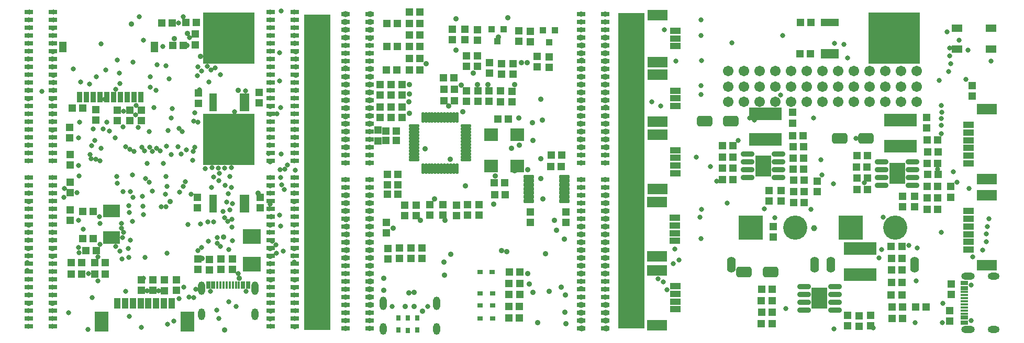
<source format=gbs>
G04*
G04 #@! TF.GenerationSoftware,Altium Limited,Altium Designer,23.6.0 (18)*
G04*
G04 Layer_Color=16711935*
%FSLAX44Y44*%
%MOMM*%
G71*
G04*
G04 #@! TF.SameCoordinates,A137800D-7D6B-43E2-A44D-125AE26CC9B3*
G04*
G04*
G04 #@! TF.FilePolarity,Negative*
G04*
G01*
G75*
%ADD56R,1.2032X1.3032*%
%ADD57R,1.3032X1.2032*%
%ADD61R,0.7032X0.9032*%
%ADD64R,0.7000X1.2400*%
%ADD65R,0.4000X1.2400*%
%ADD73R,2.8032X2.1032*%
%ADD74R,1.7032X1.0032*%
%ADD75R,3.2032X1.8032*%
%ADD92C,0.8032*%
%ADD93O,1.1032X2.2032*%
%ADD94O,1.1032X1.9032*%
%ADD95C,1.7032*%
%ADD96O,1.9032X1.1032*%
%ADD97O,2.2032X1.1032*%
%ADD98O,1.4032X2.6032*%
%ADD99R,3.9192X3.9192*%
%ADD100C,3.9192*%
%ADD101R,4.2032X51.2032*%
%ADD102C,1.0032*%
%ADD103C,0.9032*%
G04:AMPARAMS|DCode=145|XSize=1.7732mm|YSize=0.6132mm|CornerRadius=0.1529mm|HoleSize=0mm|Usage=FLASHONLY|Rotation=0.000|XOffset=0mm|YOffset=0mm|HoleType=Round|Shape=RoundedRectangle|*
%AMROUNDEDRECTD145*
21,1,1.7732,0.3075,0,0,0.0*
21,1,1.4675,0.6132,0,0,0.0*
1,1,0.3057,0.7338,-0.1538*
1,1,0.3057,-0.7338,-0.1538*
1,1,0.3057,-0.7338,0.1538*
1,1,0.3057,0.7338,0.1538*
%
%ADD145ROUNDEDRECTD145*%
%ADD146R,0.9032X0.7032*%
%ADD147R,1.0032X1.1032*%
%ADD148R,1.4032X0.6532*%
%ADD149R,2.2032X2.0032*%
G04:AMPARAMS|DCode=150|XSize=1.7632mm|YSize=0.4832mm|CornerRadius=0.1366mm|HoleSize=0mm|Usage=FLASHONLY|Rotation=0.000|XOffset=0mm|YOffset=0mm|HoleType=Round|Shape=RoundedRectangle|*
%AMROUNDEDRECTD150*
21,1,1.7632,0.2100,0,0,0.0*
21,1,1.4900,0.4832,0,0,0.0*
1,1,0.2732,0.7450,-0.1050*
1,1,0.2732,-0.7450,-0.1050*
1,1,0.2732,-0.7450,0.1050*
1,1,0.2732,0.7450,0.1050*
%
%ADD150ROUNDEDRECTD150*%
G04:AMPARAMS|DCode=151|XSize=1.7632mm|YSize=0.4832mm|CornerRadius=0.1366mm|HoleSize=0mm|Usage=FLASHONLY|Rotation=270.000|XOffset=0mm|YOffset=0mm|HoleType=Round|Shape=RoundedRectangle|*
%AMROUNDEDRECTD151*
21,1,1.7632,0.2100,0,0,270.0*
21,1,1.4900,0.4832,0,0,270.0*
1,1,0.2732,-0.1050,-0.7450*
1,1,0.2732,-0.1050,0.7450*
1,1,0.2732,0.1050,0.7450*
1,1,0.2732,0.1050,-0.7450*
%
%ADD151ROUNDEDRECTD151*%
G04:AMPARAMS|DCode=152|XSize=2.5332mm|YSize=1.7532mm|CornerRadius=0.4891mm|HoleSize=0mm|Usage=FLASHONLY|Rotation=180.000|XOffset=0mm|YOffset=0mm|HoleType=Round|Shape=RoundedRectangle|*
%AMROUNDEDRECTD152*
21,1,2.5332,0.7750,0,0,180.0*
21,1,1.5550,1.7532,0,0,180.0*
1,1,0.9782,-0.7775,0.3875*
1,1,0.9782,0.7775,0.3875*
1,1,0.9782,0.7775,-0.3875*
1,1,0.9782,-0.7775,-0.3875*
%
%ADD152ROUNDEDRECTD152*%
%ADD153R,2.6132X3.5032*%
G04:AMPARAMS|DCode=154|XSize=2.1732mm|YSize=0.8032mm|CornerRadius=0.2636mm|HoleSize=0mm|Usage=FLASHONLY|Rotation=180.000|XOffset=0mm|YOffset=0mm|HoleType=Round|Shape=RoundedRectangle|*
%AMROUNDEDRECTD154*
21,1,2.1732,0.2760,0,0,180.0*
21,1,1.6460,0.8032,0,0,180.0*
1,1,0.5272,-0.8230,0.1380*
1,1,0.5272,0.8230,0.1380*
1,1,0.5272,0.8230,-0.1380*
1,1,0.5272,-0.8230,-0.1380*
%
%ADD154ROUNDEDRECTD154*%
%ADD155R,5.3032X2.1032*%
%ADD156R,1.2400X0.7000*%
%ADD157R,1.2400X0.4000*%
%ADD158R,1.7032X1.2032*%
%ADD159R,8.3332X8.3332*%
%ADD160R,2.9932X1.1932*%
%ADD161R,2.9932X1.6032*%
%ADD162R,8.3332X8.3332*%
%ADD163R,1.1932X2.9932*%
%ADD164R,1.6032X2.9932*%
%ADD165R,1.2032X1.7032*%
%ADD166R,0.9032X1.8032*%
%ADD167R,3.0032X2.4032*%
%ADD168R,1.0032X1.8032*%
%ADD169R,2.3032X3.2032*%
D56*
X1132415Y451238D02*
D03*
Y434238D02*
D03*
X1190415Y451238D02*
D03*
Y434238D02*
D03*
X925415Y657488D02*
D03*
Y640488D02*
D03*
X907415Y657488D02*
D03*
Y640488D02*
D03*
X889415Y657488D02*
D03*
Y640488D02*
D03*
X925665Y620988D02*
D03*
Y603988D02*
D03*
X907415Y621238D02*
D03*
Y604238D02*
D03*
X889415Y621238D02*
D03*
Y604238D02*
D03*
X886165Y583488D02*
D03*
Y566488D02*
D03*
X991665Y462488D02*
D03*
Y445488D02*
D03*
X957665Y375488D02*
D03*
Y392488D02*
D03*
X939415Y375738D02*
D03*
Y392738D02*
D03*
X921165Y375238D02*
D03*
Y392238D02*
D03*
X902415Y374988D02*
D03*
Y391988D02*
D03*
X948415Y461988D02*
D03*
Y444988D02*
D03*
X1047165Y746738D02*
D03*
Y729738D02*
D03*
X1132415Y727238D02*
D03*
Y744238D02*
D03*
X1026665Y730488D02*
D03*
Y747488D02*
D03*
X1029665Y647238D02*
D03*
Y630238D02*
D03*
X1047915Y630488D02*
D03*
Y647488D02*
D03*
X1013415Y462238D02*
D03*
Y445238D02*
D03*
X1084415Y629988D02*
D03*
Y646988D02*
D03*
X1066165Y630238D02*
D03*
Y647238D02*
D03*
X1050165Y462488D02*
D03*
Y445488D02*
D03*
X1031415Y445488D02*
D03*
Y462488D02*
D03*
X1066665Y675988D02*
D03*
Y692988D02*
D03*
X1086165Y674488D02*
D03*
Y691488D02*
D03*
X1104415Y674488D02*
D03*
Y691488D02*
D03*
X1006415Y747238D02*
D03*
Y730238D02*
D03*
X1029165Y687488D02*
D03*
Y704488D02*
D03*
X1114415Y744488D02*
D03*
Y727488D02*
D03*
X1047165Y704488D02*
D03*
Y687488D02*
D03*
X1143915Y686488D02*
D03*
Y703488D02*
D03*
X1163415Y702738D02*
D03*
Y685738D02*
D03*
X899665Y434238D02*
D03*
Y417238D02*
D03*
X1103165Y646738D02*
D03*
Y629738D02*
D03*
X929915Y461988D02*
D03*
Y444988D02*
D03*
X970415Y462488D02*
D03*
Y445488D02*
D03*
X1538000Y485500D02*
D03*
Y468500D02*
D03*
X1557250Y595250D02*
D03*
Y612250D02*
D03*
X1597000Y484250D02*
D03*
Y501250D02*
D03*
X1754500Y459750D02*
D03*
Y476750D02*
D03*
X1774000Y604250D02*
D03*
Y587250D02*
D03*
X1812250Y492000D02*
D03*
Y475000D02*
D03*
X1664250Y282750D02*
D03*
Y265750D02*
D03*
X1518500Y486000D02*
D03*
Y469000D02*
D03*
X1735000Y459750D02*
D03*
Y476750D02*
D03*
X1645750Y283250D02*
D03*
Y266250D02*
D03*
X1682750Y283250D02*
D03*
Y266250D02*
D03*
X1813250Y317250D02*
D03*
Y334250D02*
D03*
X1810500Y291250D02*
D03*
Y274250D02*
D03*
X1847000Y655500D02*
D03*
Y638500D02*
D03*
X1526000Y410250D02*
D03*
Y427250D02*
D03*
X503250Y341000D02*
D03*
Y324000D02*
D03*
X388500Y499000D02*
D03*
Y482000D02*
D03*
X388250Y543750D02*
D03*
Y526750D02*
D03*
X388500Y454250D02*
D03*
Y437250D02*
D03*
X387750Y587750D02*
D03*
Y570750D02*
D03*
X590750Y739250D02*
D03*
Y722250D02*
D03*
X595250Y357500D02*
D03*
Y374500D02*
D03*
X650750Y374750D02*
D03*
Y357750D02*
D03*
X632250Y357500D02*
D03*
Y374500D02*
D03*
X613750Y357250D02*
D03*
Y374250D02*
D03*
X694500Y627750D02*
D03*
Y644750D02*
D03*
X595750Y627000D02*
D03*
Y644000D02*
D03*
X594000Y458000D02*
D03*
Y475000D02*
D03*
X696250Y457750D02*
D03*
Y474750D02*
D03*
X541250Y323500D02*
D03*
Y340500D02*
D03*
X522250Y323750D02*
D03*
Y340750D02*
D03*
X560250Y323750D02*
D03*
Y340750D02*
D03*
X429750Y600000D02*
D03*
Y617000D02*
D03*
X484750Y599000D02*
D03*
Y616000D02*
D03*
X465000Y616250D02*
D03*
Y599250D02*
D03*
X503750D02*
D03*
Y616250D02*
D03*
D57*
X1115665Y353488D02*
D03*
X1098665D02*
D03*
X1115415Y335238D02*
D03*
X1098415D02*
D03*
X1115415Y317238D02*
D03*
X1098415D02*
D03*
X1115165Y279238D02*
D03*
X1098165D02*
D03*
X1115165Y297738D02*
D03*
X1098165D02*
D03*
X1080415Y601488D02*
D03*
X1097415D02*
D03*
X918415Y479738D02*
D03*
X901415D02*
D03*
X992665Y631488D02*
D03*
X1009665D02*
D03*
X992665Y650238D02*
D03*
X1009665D02*
D03*
X992415Y668738D02*
D03*
X1009415D02*
D03*
X899665Y681238D02*
D03*
X916665D02*
D03*
X900415Y719488D02*
D03*
X917415D02*
D03*
X900665Y756488D02*
D03*
X917665D02*
D03*
X1166415Y543488D02*
D03*
X1183415D02*
D03*
X1182915Y524738D02*
D03*
X1165915D02*
D03*
X1074415Y498488D02*
D03*
X1091415D02*
D03*
X1075165Y478988D02*
D03*
X1092165D02*
D03*
X898665Y582488D02*
D03*
X915665D02*
D03*
X898665Y567238D02*
D03*
X915665D02*
D03*
X918415Y511738D02*
D03*
X901415D02*
D03*
X918415Y495238D02*
D03*
X901415D02*
D03*
X954165Y699988D02*
D03*
X937165D02*
D03*
X954165Y738238D02*
D03*
X937165D02*
D03*
X954165Y775488D02*
D03*
X937165D02*
D03*
X954165Y681488D02*
D03*
X937165D02*
D03*
X954165Y719488D02*
D03*
X937165D02*
D03*
X954415Y756738D02*
D03*
X937415D02*
D03*
X1460500Y558250D02*
D03*
X1443500D02*
D03*
X1460250Y521750D02*
D03*
X1443250D02*
D03*
X1575000Y520500D02*
D03*
X1558000D02*
D03*
X1574000Y574250D02*
D03*
X1557000D02*
D03*
X1660750Y542750D02*
D03*
X1677750D02*
D03*
X1660750Y505750D02*
D03*
X1677750D02*
D03*
X1775250Y511500D02*
D03*
X1792250D02*
D03*
X1774750Y567500D02*
D03*
X1791750D02*
D03*
X1507250Y325750D02*
D03*
X1524250D02*
D03*
X1506750Y288500D02*
D03*
X1523750D02*
D03*
X1716500Y395000D02*
D03*
X1733500D02*
D03*
X1772750Y296500D02*
D03*
X1755750D02*
D03*
X1733500Y316250D02*
D03*
X1716500D02*
D03*
X1716750Y376000D02*
D03*
X1733750D02*
D03*
X1585750Y707750D02*
D03*
X1568750D02*
D03*
X1586500Y758000D02*
D03*
X1569500D02*
D03*
X1558750Y466000D02*
D03*
X1575750D02*
D03*
X1558500Y484250D02*
D03*
X1575500D02*
D03*
X1443250Y540000D02*
D03*
X1460250D02*
D03*
X1575500Y502250D02*
D03*
X1558500D02*
D03*
X1557750Y556500D02*
D03*
X1574750D02*
D03*
X1557750Y538250D02*
D03*
X1574750D02*
D03*
X1460500Y503250D02*
D03*
X1443500D02*
D03*
X1791500Y455000D02*
D03*
X1774500D02*
D03*
X1791500Y473750D02*
D03*
X1774500D02*
D03*
X1677250Y524000D02*
D03*
X1660250D02*
D03*
X1774750Y492500D02*
D03*
X1791750D02*
D03*
X1792000Y548500D02*
D03*
X1775000D02*
D03*
X1791750Y530000D02*
D03*
X1774750D02*
D03*
X1660750Y487000D02*
D03*
X1677750D02*
D03*
X1717750Y278000D02*
D03*
X1734750D02*
D03*
X1523500Y307250D02*
D03*
X1506500D02*
D03*
X1734500Y296500D02*
D03*
X1717500D02*
D03*
X1717250Y357250D02*
D03*
X1734250D02*
D03*
X1717250Y336500D02*
D03*
X1734250D02*
D03*
X1506500Y269750D02*
D03*
X1523500D02*
D03*
X554000Y757750D02*
D03*
X537000D02*
D03*
X575500Y758000D02*
D03*
X592500D02*
D03*
X571250Y721250D02*
D03*
X554250D02*
D03*
X390000Y350250D02*
D03*
X407000D02*
D03*
X431000Y388000D02*
D03*
X414000D02*
D03*
X445500Y368750D02*
D03*
X428500D02*
D03*
X428500Y350500D02*
D03*
X445500D02*
D03*
X407500Y369000D02*
D03*
X390500D02*
D03*
X391500Y619500D02*
D03*
X408500D02*
D03*
X426000Y408000D02*
D03*
X409000D02*
D03*
X425750Y452000D02*
D03*
X408750D02*
D03*
D61*
X934665Y258988D02*
D03*
Y278988D02*
D03*
X950165Y259238D02*
D03*
Y279238D02*
D03*
X919165Y259238D02*
D03*
Y279238D02*
D03*
D64*
X612000Y332750D02*
D03*
X620000D02*
D03*
X668000D02*
D03*
X676000D02*
D03*
D65*
X626500D02*
D03*
X631500D02*
D03*
X636500D02*
D03*
X641500D02*
D03*
X661500D02*
D03*
X656500D02*
D03*
X651500D02*
D03*
X646500D02*
D03*
D73*
X455750Y409250D02*
D03*
Y452250D02*
D03*
D74*
X1841750Y529750D02*
D03*
Y542250D02*
D03*
Y554750D02*
D03*
Y567250D02*
D03*
Y579750D02*
D03*
Y592250D02*
D03*
X1367500Y513600D02*
D03*
Y526100D02*
D03*
Y538600D02*
D03*
Y551100D02*
D03*
X1367500Y719750D02*
D03*
Y732250D02*
D03*
Y744750D02*
D03*
Y622750D02*
D03*
Y635250D02*
D03*
Y647750D02*
D03*
X1366750Y404100D02*
D03*
Y416600D02*
D03*
Y429100D02*
D03*
Y441600D02*
D03*
X1367000Y293100D02*
D03*
Y305600D02*
D03*
Y318100D02*
D03*
Y330600D02*
D03*
X1841750Y389750D02*
D03*
Y402250D02*
D03*
Y414750D02*
D03*
Y427250D02*
D03*
Y439750D02*
D03*
Y452250D02*
D03*
D75*
X1870750Y504250D02*
D03*
Y617750D02*
D03*
X1338500Y488100D02*
D03*
Y576600D02*
D03*
X1338500Y694250D02*
D03*
Y770250D02*
D03*
Y597250D02*
D03*
Y673250D02*
D03*
X1337750Y378600D02*
D03*
Y467100D02*
D03*
X1338000Y267600D02*
D03*
Y356100D02*
D03*
X1870750Y364250D02*
D03*
Y477750D02*
D03*
D92*
X966965Y297988D02*
D03*
X909165D02*
D03*
X1845200Y274600D02*
D03*
Y332400D02*
D03*
X615100Y322050D02*
D03*
X672900D02*
D03*
X1407449Y442206D02*
D03*
X1409699Y455206D02*
D03*
X1373250Y373250D02*
D03*
X1364199Y366706D02*
D03*
X1354000Y324750D02*
D03*
X1347767Y337138D02*
D03*
X1870017Y402388D02*
D03*
X1870267Y415388D02*
D03*
X1872017Y426888D02*
D03*
X1874767Y439638D02*
D03*
X1511596Y455980D02*
D03*
X1701000Y390250D02*
D03*
X1623383Y261438D02*
D03*
X1758383Y392688D02*
D03*
X1545633Y294188D02*
D03*
X1424383Y524438D02*
D03*
X1756705Y339434D02*
D03*
X1645705Y700684D02*
D03*
X1408455Y762184D02*
D03*
X1754955Y271183D02*
D03*
X1366705Y390933D02*
D03*
X1339205Y342426D02*
D03*
X1848000Y378250D02*
D03*
X1842500Y489250D02*
D03*
X1623000Y496750D02*
D03*
X1537500Y640250D02*
D03*
X1540500Y736750D02*
D03*
X1451213Y465497D02*
D03*
X1409500Y696750D02*
D03*
X1468907Y566685D02*
D03*
X1809000Y679000D02*
D03*
X1672750Y498000D02*
D03*
X1745000Y396750D02*
D03*
X1434500Y500500D02*
D03*
X1528500Y441500D02*
D03*
X1590955Y603750D02*
D03*
X1626250Y569750D02*
D03*
X1791500Y520000D02*
D03*
X1816883Y516438D02*
D03*
X1822750Y499500D02*
D03*
X1799000Y271500D02*
D03*
X1400750Y540000D02*
D03*
X1328750Y629750D02*
D03*
X1408892Y736992D02*
D03*
X1349082Y746204D02*
D03*
X1458955Y724933D02*
D03*
X1408500Y641250D02*
D03*
X1409000Y655500D02*
D03*
X1343750Y622750D02*
D03*
X1659000Y570250D02*
D03*
X1864000Y389000D02*
D03*
X1408750Y407500D02*
D03*
X1368000Y695750D02*
D03*
X1797250Y417750D02*
D03*
X1487750Y603750D02*
D03*
X1604250Y510647D02*
D03*
X1602750Y535250D02*
D03*
X1800000Y302750D02*
D03*
X1495000Y599750D02*
D03*
X1513250Y604000D02*
D03*
X1639500Y722500D02*
D03*
X1625000Y724000D02*
D03*
X1687500Y263250D02*
D03*
X1696500Y376250D02*
D03*
X1797500Y577750D02*
D03*
X1793996Y664218D02*
D03*
X1797750Y591500D02*
D03*
X1797596Y602730D02*
D03*
X1797500Y623250D02*
D03*
X1798250Y612250D02*
D03*
X1811000Y717200D02*
D03*
X1825750Y729900D02*
D03*
X1837500Y665888D02*
D03*
X1806500Y743250D02*
D03*
X1811000Y704500D02*
D03*
X1812750Y691800D02*
D03*
X1840589Y713051D02*
D03*
X1877839Y695551D02*
D03*
X1586427Y454784D02*
D03*
X1703750Y442250D02*
D03*
X749250Y379750D02*
D03*
X750886Y369250D02*
D03*
X360048Y572047D02*
D03*
Y559347D02*
D03*
X423612Y558420D02*
D03*
X727000Y446000D02*
D03*
X710644Y456069D02*
D03*
X711750Y463487D02*
D03*
X711000Y418250D02*
D03*
X714951Y403225D02*
D03*
X721166Y397975D02*
D03*
X645157Y390175D02*
D03*
X712209Y532550D02*
D03*
X709000Y546050D02*
D03*
X649157Y522675D02*
D03*
X660250Y351196D02*
D03*
X732796Y387130D02*
D03*
X722365Y384108D02*
D03*
X475250Y613985D02*
D03*
X447716Y596250D02*
D03*
X442000Y585750D02*
D03*
X403350Y596250D02*
D03*
X452281Y582074D02*
D03*
X426000Y585750D02*
D03*
X402032Y437300D02*
D03*
X319285Y368709D02*
D03*
X319435Y355859D02*
D03*
X581262Y733422D02*
D03*
X751048Y429647D02*
D03*
X650363Y426064D02*
D03*
X649930Y438930D02*
D03*
X595220Y686075D02*
D03*
X531750Y323250D02*
D03*
X475124Y417699D02*
D03*
X471606Y424394D02*
D03*
X543213Y459481D02*
D03*
X542392Y479941D02*
D03*
X535719Y459168D02*
D03*
X612600Y661396D02*
D03*
X597600Y649000D02*
D03*
X622744Y684594D02*
D03*
X615850Y681640D02*
D03*
X609909Y687298D02*
D03*
X607521Y585000D02*
D03*
X628157Y522425D02*
D03*
X617657Y523250D02*
D03*
X607157Y521182D02*
D03*
X507350Y729750D02*
D03*
X524250Y716925D02*
D03*
X628764Y277954D02*
D03*
X625240Y291511D02*
D03*
X379238Y488945D02*
D03*
X672000Y647250D02*
D03*
X631242Y674000D02*
D03*
X600850Y679349D02*
D03*
X593850Y671500D02*
D03*
X595462Y596689D02*
D03*
X589720Y555974D02*
D03*
X571550Y767745D02*
D03*
X564000Y757750D02*
D03*
X499850Y767500D02*
D03*
X729000Y428000D02*
D03*
X637973Y441250D02*
D03*
X643118Y435792D02*
D03*
X651264Y464873D02*
D03*
X712000Y481247D02*
D03*
X636112Y451750D02*
D03*
X641657Y466925D02*
D03*
X723000Y610000D02*
D03*
X436500Y398495D02*
D03*
X403000Y385000D02*
D03*
X402000Y393000D02*
D03*
X564750Y310250D02*
D03*
X657000Y298000D02*
D03*
X433681Y378000D02*
D03*
X528907Y689925D02*
D03*
X553750Y618500D02*
D03*
X547000Y583000D02*
D03*
X494891Y624065D02*
D03*
X444750Y634000D02*
D03*
X403000Y509000D02*
D03*
X402407Y526175D02*
D03*
X410000Y423000D02*
D03*
X420695Y544302D02*
D03*
X482907Y391925D02*
D03*
X503907Y263925D02*
D03*
X507000Y343000D02*
D03*
X544907Y383925D02*
D03*
X572000Y328914D02*
D03*
X730000Y545000D02*
D03*
X712048Y622047D02*
D03*
X484802Y552339D02*
D03*
X491535Y549036D02*
D03*
X478562Y556500D02*
D03*
X654407Y613629D02*
D03*
X728377Y519127D02*
D03*
X590250Y611500D02*
D03*
X588126Y598250D02*
D03*
X567604Y545265D02*
D03*
X551750Y543750D02*
D03*
X562925Y556850D02*
D03*
X576657Y551500D02*
D03*
X538890Y529375D02*
D03*
X528088Y554082D02*
D03*
X544500Y557250D02*
D03*
X360048Y265850D02*
D03*
X342575Y646911D02*
D03*
X751333Y264739D02*
D03*
X751825Y278161D02*
D03*
X752326Y290661D02*
D03*
X712825Y265161D02*
D03*
X712326Y277661D02*
D03*
X712576Y290161D02*
D03*
X360897Y749163D02*
D03*
X361147Y762163D02*
D03*
Y775163D02*
D03*
X322147Y749413D02*
D03*
X321397Y762413D02*
D03*
X322147Y774913D02*
D03*
X321500Y711500D02*
D03*
X360250Y711250D02*
D03*
X750626Y328268D02*
D03*
X711376Y328768D02*
D03*
X461750Y395250D02*
D03*
X469250Y387500D02*
D03*
X433788Y339178D02*
D03*
X712048Y762547D02*
D03*
X446500Y681500D02*
D03*
X468000Y676500D02*
D03*
X729376Y777268D02*
D03*
X728656Y506925D02*
D03*
X734645Y487350D02*
D03*
X739577Y526950D02*
D03*
X735750Y520500D02*
D03*
X712048Y493246D02*
D03*
X518126Y670518D02*
D03*
X548236Y667008D02*
D03*
X727376Y709017D02*
D03*
X726876Y663268D02*
D03*
X419626Y658767D02*
D03*
X490376Y694268D02*
D03*
X751048Y533947D02*
D03*
X427876Y567267D02*
D03*
X521032Y484447D02*
D03*
X516657Y499250D02*
D03*
X505500Y476750D02*
D03*
X506157Y460250D02*
D03*
X507250Y446750D02*
D03*
X483157Y461425D02*
D03*
X490157Y475000D02*
D03*
X591376Y325518D02*
D03*
X588126Y312017D02*
D03*
X469100Y659000D02*
D03*
X498500Y588250D02*
D03*
X524350Y620000D02*
D03*
X494000Y608250D02*
D03*
X518250Y653500D02*
D03*
X527626Y648268D02*
D03*
X474100Y589000D02*
D03*
X462195Y650055D02*
D03*
X489587Y435733D02*
D03*
X484000Y450500D02*
D03*
X509212Y377288D02*
D03*
X385600Y287750D02*
D03*
X611850Y403500D02*
D03*
X626500Y409500D02*
D03*
X601250Y393750D02*
D03*
X631907Y394750D02*
D03*
X626750Y400500D02*
D03*
X510250Y505500D02*
D03*
X461453Y571221D02*
D03*
X521407Y549175D02*
D03*
X516250Y581500D02*
D03*
X473250Y409500D02*
D03*
X712093Y507127D02*
D03*
X712048Y609150D02*
D03*
X584250Y480000D02*
D03*
X620409Y507758D02*
D03*
X629758Y513258D02*
D03*
X638657Y522425D02*
D03*
X649518Y490527D02*
D03*
X639239Y494206D02*
D03*
X629000Y501500D02*
D03*
X464763Y497884D02*
D03*
X488907Y511384D02*
D03*
X575100Y500250D02*
D03*
X571150Y492300D02*
D03*
X565100Y483500D02*
D03*
X620600Y434500D02*
D03*
X644850Y305000D02*
D03*
X646612Y454675D02*
D03*
X544750Y492500D02*
D03*
X712048Y648247D02*
D03*
X751048Y622847D02*
D03*
Y635547D02*
D03*
X438750Y554097D02*
D03*
X617000Y490750D02*
D03*
X647100Y508500D02*
D03*
X611121Y434726D02*
D03*
X599600Y431500D02*
D03*
X578907Y430925D02*
D03*
X569820Y581234D02*
D03*
X587000Y534500D02*
D03*
X474000Y483750D02*
D03*
X463850Y508500D02*
D03*
X471657Y431925D02*
D03*
X478100Y322000D02*
D03*
X543350Y687750D02*
D03*
X551500Y603000D02*
D03*
X430850Y670250D02*
D03*
X728500Y620250D02*
D03*
X430149Y536851D02*
D03*
X436944Y533675D02*
D03*
X422407Y537000D02*
D03*
X587157Y548925D02*
D03*
X543100Y508500D02*
D03*
X512750Y322750D02*
D03*
X484500Y282000D02*
D03*
X508471Y549759D02*
D03*
X512850Y530000D02*
D03*
X321048Y622750D02*
D03*
X393850Y682500D02*
D03*
X405350Y661500D02*
D03*
X545600Y269000D02*
D03*
X556393Y274000D02*
D03*
X580600Y313000D02*
D03*
X464750Y697500D02*
D03*
X424407Y311675D02*
D03*
X417407Y260676D02*
D03*
X399500Y482000D02*
D03*
X360048Y468547D02*
D03*
X378500Y474250D02*
D03*
X486157Y484175D02*
D03*
X472657Y374925D02*
D03*
X321048Y673647D02*
D03*
X360048Y341547D02*
D03*
Y354247D02*
D03*
X417907Y351175D02*
D03*
X483407Y376925D02*
D03*
X485657Y405425D02*
D03*
X438657Y723675D02*
D03*
X594907Y387925D02*
D03*
X650657Y404425D02*
D03*
X752657Y518675D02*
D03*
X644407Y480925D02*
D03*
X730157Y494925D02*
D03*
X712048Y597447D02*
D03*
X564407Y586425D02*
D03*
X534157Y549675D02*
D03*
X517500Y556000D02*
D03*
X504250D02*
D03*
X437157Y432425D02*
D03*
X435907Y442925D02*
D03*
X402157Y570925D02*
D03*
X712048Y775422D02*
D03*
X538500Y719250D02*
D03*
X751048Y775247D02*
D03*
Y762547D02*
D03*
Y749847D02*
D03*
X712048D02*
D03*
Y737147D02*
D03*
Y724447D02*
D03*
Y711747D02*
D03*
Y699047D02*
D03*
Y686347D02*
D03*
Y673647D02*
D03*
X751048Y660947D02*
D03*
X712048D02*
D03*
Y635547D02*
D03*
X751048Y610147D02*
D03*
Y597447D02*
D03*
X712048Y584747D02*
D03*
X751048Y546647D02*
D03*
Y506647D02*
D03*
Y493947D02*
D03*
Y455847D02*
D03*
Y443147D02*
D03*
Y417747D02*
D03*
Y316147D02*
D03*
X712048D02*
D03*
X751048Y303447D02*
D03*
X712048D02*
D03*
X321048Y265347D02*
D03*
X360048Y278047D02*
D03*
X321048D02*
D03*
X360048Y290747D02*
D03*
X321048D02*
D03*
X360048Y316147D02*
D03*
Y328847D02*
D03*
X321048D02*
D03*
Y341547D02*
D03*
X360048Y366947D02*
D03*
Y430447D02*
D03*
Y443147D02*
D03*
X321048D02*
D03*
X360048Y455847D02*
D03*
X321048D02*
D03*
X360048Y481247D02*
D03*
Y493947D02*
D03*
X321048D02*
D03*
X360048Y506647D02*
D03*
X321048D02*
D03*
X360048Y533947D02*
D03*
X321048D02*
D03*
Y546647D02*
D03*
X360048D02*
D03*
X321048Y572047D02*
D03*
Y584747D02*
D03*
Y597447D02*
D03*
Y610147D02*
D03*
Y660947D02*
D03*
X360048Y724447D02*
D03*
X321048D02*
D03*
X360500Y736900D02*
D03*
X321048Y737147D02*
D03*
D93*
X981315Y302888D02*
D03*
X894815D02*
D03*
X600750Y326950D02*
D03*
X687250D02*
D03*
D94*
X981315Y261188D02*
D03*
X894815D02*
D03*
X600750Y285250D02*
D03*
X687250D02*
D03*
D95*
X1452700Y679500D02*
D03*
X1478100D02*
D03*
X1503500D02*
D03*
X1528900D02*
D03*
X1554300D02*
D03*
X1579700D02*
D03*
X1605100D02*
D03*
X1630500D02*
D03*
X1655900D02*
D03*
X1681300D02*
D03*
X1706700D02*
D03*
X1732100D02*
D03*
X1757500D02*
D03*
X1452700Y629500D02*
D03*
X1478100D02*
D03*
X1503500D02*
D03*
X1528900D02*
D03*
X1554300D02*
D03*
X1579700D02*
D03*
X1605100D02*
D03*
X1630500D02*
D03*
X1655900D02*
D03*
X1681300D02*
D03*
X1706700D02*
D03*
X1732100D02*
D03*
X1757500D02*
D03*
X1452700Y654500D02*
D03*
X1478100D02*
D03*
X1503500D02*
D03*
X1528900D02*
D03*
X1554300D02*
D03*
X1579700D02*
D03*
X1605100D02*
D03*
X1630500D02*
D03*
X1655900D02*
D03*
X1681300D02*
D03*
X1706700D02*
D03*
X1732100D02*
D03*
X1757500D02*
D03*
D96*
X1882000Y260250D02*
D03*
Y346750D02*
D03*
D97*
X1840300Y260250D02*
D03*
Y346750D02*
D03*
D98*
X1457500Y365500D02*
D03*
X1592500D02*
D03*
X1754000D02*
D03*
X1619000D02*
D03*
D99*
X1489000Y425500D02*
D03*
X1650500D02*
D03*
D100*
X1561000D02*
D03*
X1722500D02*
D03*
D101*
X1296261Y517782D02*
D03*
X788208Y515302D02*
D03*
D102*
X1215577Y262155D02*
D03*
X1215077Y274655D02*
D03*
Y287655D02*
D03*
Y299905D02*
D03*
X1254577Y300405D02*
D03*
X1254827Y287655D02*
D03*
X1254577Y275155D02*
D03*
X1255165Y261738D02*
D03*
X1215165Y376238D02*
D03*
Y388988D02*
D03*
X1254915Y439738D02*
D03*
X1254665Y452238D02*
D03*
X1254915Y464988D02*
D03*
X1254665Y477738D02*
D03*
X1214665Y555988D02*
D03*
X1255165D02*
D03*
X1254915Y568738D02*
D03*
Y581738D02*
D03*
X1254665Y594238D02*
D03*
X1213915Y593988D02*
D03*
X1214665Y581238D02*
D03*
X1213915Y568738D02*
D03*
X1253915Y606988D02*
D03*
X1254415Y619988D02*
D03*
X1214415Y606988D02*
D03*
X1214665Y619738D02*
D03*
Y632238D02*
D03*
Y644988D02*
D03*
Y657488D02*
D03*
X1254165Y632238D02*
D03*
X1253915Y645238D02*
D03*
X1253665Y657738D02*
D03*
X1253165Y682988D02*
D03*
X1253665Y670488D02*
D03*
X1214915Y670238D02*
D03*
X1254165Y708488D02*
D03*
X1214915Y682738D02*
D03*
X1215665Y696238D02*
D03*
X1214915Y707988D02*
D03*
X1215415Y721238D02*
D03*
X1214415Y733738D02*
D03*
X1253665D02*
D03*
Y720988D02*
D03*
Y695738D02*
D03*
X833665Y771988D02*
D03*
X873665D02*
D03*
Y759238D02*
D03*
X873915Y746488D02*
D03*
X873665Y733238D02*
D03*
X833665Y733738D02*
D03*
X833915Y746738D02*
D03*
X833165Y759488D02*
D03*
X873665Y682988D02*
D03*
Y670238D02*
D03*
X833915Y683488D02*
D03*
X833665Y670238D02*
D03*
X834665Y657738D02*
D03*
X834165Y644488D02*
D03*
X834665Y632238D02*
D03*
Y619238D02*
D03*
X834165Y606238D02*
D03*
X833665Y594238D02*
D03*
X834665Y581238D02*
D03*
X834165Y568488D02*
D03*
X834665Y555738D02*
D03*
X834415Y477988D02*
D03*
X834915Y464988D02*
D03*
X834165Y452488D02*
D03*
X834665Y439488D02*
D03*
X835165Y426988D02*
D03*
Y414238D02*
D03*
X835415Y401488D02*
D03*
X835665Y388738D02*
D03*
X873415Y299988D02*
D03*
X872665Y312738D02*
D03*
X872915Y325988D02*
D03*
X873415Y338238D02*
D03*
Y363488D02*
D03*
Y376488D02*
D03*
X873165Y401738D02*
D03*
Y350988D02*
D03*
Y389088D02*
D03*
Y414488D02*
D03*
Y427188D02*
D03*
Y439888D02*
D03*
Y452588D02*
D03*
Y465288D02*
D03*
Y477988D02*
D03*
Y644988D02*
D03*
Y619588D02*
D03*
Y632288D02*
D03*
Y606888D02*
D03*
Y594188D02*
D03*
Y657688D02*
D03*
X834165Y376388D02*
D03*
X1215165Y427088D02*
D03*
Y414388D02*
D03*
Y401688D02*
D03*
Y363588D02*
D03*
Y350888D02*
D03*
X1254165D02*
D03*
Y363588D02*
D03*
Y376288D02*
D03*
Y388988D02*
D03*
Y401688D02*
D03*
Y414388D02*
D03*
Y427088D02*
D03*
X1591427Y424534D02*
D03*
D103*
X834165Y300188D02*
D03*
Y287488D02*
D03*
Y274788D02*
D03*
Y262088D02*
D03*
X873165D02*
D03*
Y274788D02*
D03*
Y287488D02*
D03*
Y490688D02*
D03*
Y503388D02*
D03*
X834165Y530688D02*
D03*
Y543388D02*
D03*
X873165Y556088D02*
D03*
Y568788D02*
D03*
Y581488D02*
D03*
Y695788D02*
D03*
Y708488D02*
D03*
X834165D02*
D03*
Y695788D02*
D03*
X873165Y721188D02*
D03*
X834165D02*
D03*
X1215165Y771988D02*
D03*
X1254165D02*
D03*
Y759288D02*
D03*
Y746588D02*
D03*
X1215165D02*
D03*
Y759288D02*
D03*
Y543388D02*
D03*
X1254165D02*
D03*
Y530688D02*
D03*
X1215165D02*
D03*
X1254165Y503288D02*
D03*
Y490588D02*
D03*
X1215165Y503288D02*
D03*
Y490588D02*
D03*
Y477888D02*
D03*
Y465188D02*
D03*
Y452488D02*
D03*
Y439788D02*
D03*
X873165Y543388D02*
D03*
Y530688D02*
D03*
X834165Y350988D02*
D03*
Y338288D02*
D03*
Y363688D02*
D03*
Y503388D02*
D03*
Y490688D02*
D03*
Y325588D02*
D03*
Y312888D02*
D03*
X1144665Y271488D02*
D03*
X1190165Y269738D02*
D03*
X944415Y320738D02*
D03*
X935939Y320096D02*
D03*
X944915Y297488D02*
D03*
X930665Y297738D02*
D03*
X1003665Y381988D02*
D03*
X994140Y348263D02*
D03*
X993165Y369738D02*
D03*
X895665Y324238D02*
D03*
Y343488D02*
D03*
X1028065Y493138D02*
D03*
X1012415Y713488D02*
D03*
X1047165Y657113D02*
D03*
X1063915Y657126D02*
D03*
X1040665Y676238D02*
D03*
X1118165Y692988D02*
D03*
X1127915Y693488D02*
D03*
X1106915Y657238D02*
D03*
X962665Y553238D02*
D03*
X936915Y657738D02*
D03*
Y642488D02*
D03*
X936415Y629488D02*
D03*
X937165Y611238D02*
D03*
X1215165Y338188D02*
D03*
X1254165Y325488D02*
D03*
Y338188D02*
D03*
Y312788D02*
D03*
X1215165D02*
D03*
X963915Y691238D02*
D03*
X1085875Y388278D02*
D03*
X1101915Y554238D02*
D03*
X1020915Y656988D02*
D03*
X1023415Y613738D02*
D03*
X1128415Y519238D02*
D03*
X1171715Y437678D02*
D03*
X1156915Y383488D02*
D03*
X1215165Y326738D02*
D03*
X1187665Y406738D02*
D03*
X1094415Y386738D02*
D03*
X1149665Y537488D02*
D03*
Y505488D02*
D03*
X1152915Y471738D02*
D03*
X1136915Y567238D02*
D03*
X1136165Y595488D02*
D03*
X1114165Y603738D02*
D03*
X1115165Y559488D02*
D03*
X1076165Y509238D02*
D03*
X1149915Y633488D02*
D03*
X1151915Y600238D02*
D03*
X1003415Y536738D02*
D03*
X1000629Y622953D02*
D03*
X1096415Y765988D02*
D03*
X1012665Y763988D02*
D03*
X1174665Y421238D02*
D03*
X1073616Y463511D02*
D03*
X977665Y472488D02*
D03*
X954665Y437488D02*
D03*
X994665Y436988D02*
D03*
X910499Y424629D02*
D03*
X1080665Y734238D02*
D03*
X1107165Y517988D02*
D03*
X958665Y290488D02*
D03*
X1189665Y316238D02*
D03*
X1131415Y334238D02*
D03*
X1137165Y320238D02*
D03*
X1183021Y329215D02*
D03*
X1188915Y287988D02*
D03*
X1128915Y351238D02*
D03*
X1163415Y322238D02*
D03*
X714000Y443000D02*
D03*
X753000Y648000D02*
D03*
Y673000D02*
D03*
Y686000D02*
D03*
Y699000D02*
D03*
Y711000D02*
D03*
X752000Y724000D02*
D03*
X751000Y737000D02*
D03*
X711000Y572000D02*
D03*
Y559000D02*
D03*
X752000Y585000D02*
D03*
Y572000D02*
D03*
Y559000D02*
D03*
X751000Y481000D02*
D03*
Y468000D02*
D03*
X712000Y430000D02*
D03*
Y354000D02*
D03*
X713000Y341000D02*
D03*
X712000Y367000D02*
D03*
Y379000D02*
D03*
Y392000D02*
D03*
X751000Y405000D02*
D03*
Y392000D02*
D03*
X752000Y354000D02*
D03*
Y341000D02*
D03*
X321000Y699000D02*
D03*
Y686000D02*
D03*
X360000Y699000D02*
D03*
Y686000D02*
D03*
X361000Y673000D02*
D03*
Y661000D02*
D03*
Y648000D02*
D03*
X321000D02*
D03*
Y635000D02*
D03*
X359000D02*
D03*
X360000Y623000D02*
D03*
Y610000D02*
D03*
Y597000D02*
D03*
Y584000D02*
D03*
X321000Y559000D02*
D03*
X360000Y418000D02*
D03*
Y405000D02*
D03*
Y392000D02*
D03*
Y379000D02*
D03*
Y303000D02*
D03*
X322000D02*
D03*
Y316000D02*
D03*
X321000Y380000D02*
D03*
Y392000D02*
D03*
Y405000D02*
D03*
Y418000D02*
D03*
X322000Y430000D02*
D03*
Y468000D02*
D03*
Y481000D02*
D03*
X577000Y721131D02*
D03*
X578254Y740903D02*
D03*
X557000Y732000D02*
D03*
X632000D02*
D03*
X487908Y755516D02*
D03*
X594000Y476000D02*
D03*
X599350Y703475D02*
D03*
X662250Y343450D02*
D03*
X660000Y648000D02*
D03*
X550250Y468000D02*
D03*
X670000Y620000D02*
D03*
X638000Y260000D02*
D03*
X602000Y376000D02*
D03*
X637000Y410000D02*
D03*
X692500Y481425D02*
D03*
D145*
X1130265Y468988D02*
D03*
Y475488D02*
D03*
Y481988D02*
D03*
Y488488D02*
D03*
Y494988D02*
D03*
Y501488D02*
D03*
Y507988D02*
D03*
X1187665D02*
D03*
Y501488D02*
D03*
Y494988D02*
D03*
Y488488D02*
D03*
Y481988D02*
D03*
Y475488D02*
D03*
Y468988D02*
D03*
D146*
X1051415Y319238D02*
D03*
X1071415D02*
D03*
X1051165Y353238D02*
D03*
X1071165D02*
D03*
X1051415Y278488D02*
D03*
X1071415D02*
D03*
X1051415Y298988D02*
D03*
X1071415D02*
D03*
D147*
X1079665Y727488D02*
D03*
X1089165Y747488D02*
D03*
X1070165D02*
D03*
X1153415Y745988D02*
D03*
X1172415D02*
D03*
X1162915Y725988D02*
D03*
D148*
X1254165Y503288D02*
D03*
Y490588D02*
D03*
Y477888D02*
D03*
Y465188D02*
D03*
Y452488D02*
D03*
Y414388D02*
D03*
Y427088D02*
D03*
Y439788D02*
D03*
Y401688D02*
D03*
Y388988D02*
D03*
Y376288D02*
D03*
Y363588D02*
D03*
Y350888D02*
D03*
Y312788D02*
D03*
Y325488D02*
D03*
Y338188D02*
D03*
Y300088D02*
D03*
Y287388D02*
D03*
Y274688D02*
D03*
Y261988D02*
D03*
X1215165Y503288D02*
D03*
Y490588D02*
D03*
Y477888D02*
D03*
Y465188D02*
D03*
Y452488D02*
D03*
Y414388D02*
D03*
Y427088D02*
D03*
Y439788D02*
D03*
Y401688D02*
D03*
Y388988D02*
D03*
Y376288D02*
D03*
Y363588D02*
D03*
Y350888D02*
D03*
Y312788D02*
D03*
Y325488D02*
D03*
Y338188D02*
D03*
Y300088D02*
D03*
Y287388D02*
D03*
Y274688D02*
D03*
Y261988D02*
D03*
X834165Y262088D02*
D03*
Y274788D02*
D03*
Y287488D02*
D03*
Y300188D02*
D03*
Y338288D02*
D03*
Y325588D02*
D03*
Y312888D02*
D03*
Y350988D02*
D03*
Y363688D02*
D03*
Y376388D02*
D03*
Y389088D02*
D03*
Y401788D02*
D03*
Y439888D02*
D03*
Y427188D02*
D03*
Y414488D02*
D03*
Y452588D02*
D03*
Y465288D02*
D03*
Y477988D02*
D03*
Y490688D02*
D03*
Y503388D02*
D03*
X873165Y262088D02*
D03*
Y274788D02*
D03*
Y287488D02*
D03*
Y300188D02*
D03*
Y338288D02*
D03*
Y325588D02*
D03*
Y312888D02*
D03*
Y350988D02*
D03*
Y363688D02*
D03*
Y376388D02*
D03*
Y389088D02*
D03*
Y401788D02*
D03*
Y439888D02*
D03*
Y427188D02*
D03*
Y414488D02*
D03*
Y452588D02*
D03*
Y465288D02*
D03*
Y477988D02*
D03*
Y490688D02*
D03*
Y503388D02*
D03*
X1215165Y771988D02*
D03*
Y759288D02*
D03*
Y746588D02*
D03*
Y733888D02*
D03*
Y721188D02*
D03*
Y683088D02*
D03*
Y695788D02*
D03*
Y708488D02*
D03*
Y670388D02*
D03*
Y657688D02*
D03*
Y644988D02*
D03*
Y632288D02*
D03*
Y619588D02*
D03*
Y581488D02*
D03*
Y594188D02*
D03*
Y606888D02*
D03*
Y568788D02*
D03*
Y556088D02*
D03*
Y543388D02*
D03*
Y530688D02*
D03*
X1254165Y771988D02*
D03*
Y759288D02*
D03*
Y746588D02*
D03*
Y733888D02*
D03*
Y721188D02*
D03*
Y683088D02*
D03*
Y695788D02*
D03*
Y708488D02*
D03*
Y670388D02*
D03*
Y657688D02*
D03*
Y644988D02*
D03*
Y632288D02*
D03*
Y619588D02*
D03*
Y581488D02*
D03*
Y594188D02*
D03*
Y606888D02*
D03*
Y568788D02*
D03*
Y556088D02*
D03*
Y543388D02*
D03*
Y530688D02*
D03*
X834165D02*
D03*
Y543388D02*
D03*
Y556088D02*
D03*
Y568788D02*
D03*
Y606888D02*
D03*
Y594188D02*
D03*
Y581488D02*
D03*
Y619588D02*
D03*
Y632288D02*
D03*
Y644988D02*
D03*
Y657688D02*
D03*
Y670388D02*
D03*
Y708488D02*
D03*
Y695788D02*
D03*
Y683088D02*
D03*
Y721188D02*
D03*
Y733888D02*
D03*
Y746588D02*
D03*
Y759288D02*
D03*
Y771988D02*
D03*
X873165Y530688D02*
D03*
Y543388D02*
D03*
Y556088D02*
D03*
Y568788D02*
D03*
Y606888D02*
D03*
Y594188D02*
D03*
Y581488D02*
D03*
Y619588D02*
D03*
Y632288D02*
D03*
Y644988D02*
D03*
Y657688D02*
D03*
Y670388D02*
D03*
Y708488D02*
D03*
Y695788D02*
D03*
Y683088D02*
D03*
Y721188D02*
D03*
Y733888D02*
D03*
Y746588D02*
D03*
Y759288D02*
D03*
Y771988D02*
D03*
X360500Y506400D02*
D03*
Y493700D02*
D03*
Y481000D02*
D03*
Y468300D02*
D03*
Y430200D02*
D03*
Y442900D02*
D03*
Y455600D02*
D03*
Y417500D02*
D03*
Y404800D02*
D03*
Y392100D02*
D03*
Y379400D02*
D03*
Y366700D02*
D03*
Y328600D02*
D03*
Y341300D02*
D03*
Y354000D02*
D03*
Y315900D02*
D03*
Y303200D02*
D03*
Y290500D02*
D03*
Y277800D02*
D03*
Y265100D02*
D03*
X321500Y506400D02*
D03*
Y493700D02*
D03*
Y481000D02*
D03*
Y468300D02*
D03*
Y430200D02*
D03*
Y442900D02*
D03*
Y455600D02*
D03*
Y417500D02*
D03*
Y404800D02*
D03*
Y392100D02*
D03*
Y379400D02*
D03*
Y366700D02*
D03*
Y328600D02*
D03*
Y341300D02*
D03*
Y354000D02*
D03*
Y315900D02*
D03*
Y303200D02*
D03*
Y290500D02*
D03*
Y277800D02*
D03*
Y265100D02*
D03*
X751500Y506400D02*
D03*
Y493700D02*
D03*
Y481000D02*
D03*
Y468300D02*
D03*
Y430200D02*
D03*
Y442900D02*
D03*
Y455600D02*
D03*
Y417500D02*
D03*
Y404800D02*
D03*
Y392100D02*
D03*
Y379400D02*
D03*
Y366700D02*
D03*
Y328600D02*
D03*
Y341300D02*
D03*
Y354000D02*
D03*
Y315900D02*
D03*
Y303200D02*
D03*
Y290500D02*
D03*
Y277800D02*
D03*
Y265100D02*
D03*
X712500Y506400D02*
D03*
Y493700D02*
D03*
Y481000D02*
D03*
Y468300D02*
D03*
Y430200D02*
D03*
Y442900D02*
D03*
Y455600D02*
D03*
Y417500D02*
D03*
Y404800D02*
D03*
Y392100D02*
D03*
Y379400D02*
D03*
Y366700D02*
D03*
Y328600D02*
D03*
Y341300D02*
D03*
Y354000D02*
D03*
Y315900D02*
D03*
Y303200D02*
D03*
Y290500D02*
D03*
Y277800D02*
D03*
Y265100D02*
D03*
X360500Y775000D02*
D03*
Y762300D02*
D03*
Y749600D02*
D03*
Y736900D02*
D03*
Y698800D02*
D03*
Y711500D02*
D03*
Y724200D02*
D03*
Y686100D02*
D03*
Y673400D02*
D03*
Y660700D02*
D03*
Y648000D02*
D03*
Y635300D02*
D03*
Y597200D02*
D03*
Y609900D02*
D03*
Y622600D02*
D03*
Y584500D02*
D03*
Y571800D02*
D03*
Y559100D02*
D03*
Y546400D02*
D03*
Y533700D02*
D03*
X321500Y775000D02*
D03*
Y762300D02*
D03*
Y749600D02*
D03*
Y736900D02*
D03*
Y698800D02*
D03*
Y711500D02*
D03*
Y724200D02*
D03*
Y686100D02*
D03*
Y673400D02*
D03*
Y660700D02*
D03*
Y648000D02*
D03*
Y635300D02*
D03*
Y597200D02*
D03*
Y609900D02*
D03*
Y622600D02*
D03*
Y584500D02*
D03*
Y571800D02*
D03*
Y559100D02*
D03*
Y546400D02*
D03*
Y533700D02*
D03*
X751500Y775000D02*
D03*
Y762300D02*
D03*
Y749600D02*
D03*
Y736900D02*
D03*
Y698800D02*
D03*
Y711500D02*
D03*
Y724200D02*
D03*
Y686100D02*
D03*
Y673400D02*
D03*
Y660700D02*
D03*
Y648000D02*
D03*
Y635300D02*
D03*
Y597200D02*
D03*
Y609900D02*
D03*
Y622600D02*
D03*
Y584500D02*
D03*
Y571800D02*
D03*
Y559100D02*
D03*
Y546400D02*
D03*
Y533700D02*
D03*
X712500Y775000D02*
D03*
Y762300D02*
D03*
Y749600D02*
D03*
Y736900D02*
D03*
Y698800D02*
D03*
Y711500D02*
D03*
Y724200D02*
D03*
Y686100D02*
D03*
Y673400D02*
D03*
Y660700D02*
D03*
Y648000D02*
D03*
Y635300D02*
D03*
Y597200D02*
D03*
Y609900D02*
D03*
Y622600D02*
D03*
Y584500D02*
D03*
Y571800D02*
D03*
Y559100D02*
D03*
Y546400D02*
D03*
Y533700D02*
D03*
D149*
X1069165Y525838D02*
D03*
X1111165D02*
D03*
X1069165Y576638D02*
D03*
X1111165D02*
D03*
D150*
X1028215Y535238D02*
D03*
Y540238D02*
D03*
Y545238D02*
D03*
Y550238D02*
D03*
Y555238D02*
D03*
Y560238D02*
D03*
Y565238D02*
D03*
Y570238D02*
D03*
Y575238D02*
D03*
Y580238D02*
D03*
Y585238D02*
D03*
Y590238D02*
D03*
X944615D02*
D03*
Y585238D02*
D03*
Y580238D02*
D03*
Y575238D02*
D03*
Y570238D02*
D03*
Y565238D02*
D03*
Y560238D02*
D03*
Y555238D02*
D03*
Y550238D02*
D03*
Y545238D02*
D03*
Y540238D02*
D03*
Y535238D02*
D03*
D151*
X958915Y520938D02*
D03*
X963915D02*
D03*
X968915D02*
D03*
X973915D02*
D03*
X978915D02*
D03*
X983915D02*
D03*
X988915D02*
D03*
X993915D02*
D03*
X998915D02*
D03*
X1003915D02*
D03*
X1008915D02*
D03*
X1013915D02*
D03*
Y604538D02*
D03*
X1008915D02*
D03*
X1003915D02*
D03*
X998915D02*
D03*
X993915D02*
D03*
X988915D02*
D03*
X983915D02*
D03*
X978915D02*
D03*
X973915D02*
D03*
X968915D02*
D03*
X963915D02*
D03*
X958915D02*
D03*
D152*
X1457250Y598000D02*
D03*
X1414550D02*
D03*
X1632800Y570000D02*
D03*
X1675500D02*
D03*
X1521100Y353250D02*
D03*
X1478400D02*
D03*
D153*
X1509180Y525500D02*
D03*
X1726000Y513550D02*
D03*
X1600500Y311000D02*
D03*
D154*
X1484430Y544550D02*
D03*
Y531850D02*
D03*
Y519150D02*
D03*
Y506450D02*
D03*
X1533930D02*
D03*
Y519150D02*
D03*
Y531850D02*
D03*
Y544550D02*
D03*
X1701250Y532600D02*
D03*
Y519900D02*
D03*
Y507200D02*
D03*
Y494500D02*
D03*
X1750750D02*
D03*
Y507200D02*
D03*
Y519900D02*
D03*
Y532600D02*
D03*
X1575750Y330050D02*
D03*
Y317350D02*
D03*
Y304650D02*
D03*
Y291950D02*
D03*
X1625250D02*
D03*
Y304650D02*
D03*
Y317350D02*
D03*
Y330050D02*
D03*
D155*
X1513000Y610250D02*
D03*
Y568250D02*
D03*
X1731000Y558000D02*
D03*
Y600000D02*
D03*
X1666250Y349250D02*
D03*
Y391250D02*
D03*
D156*
X1834500Y271500D02*
D03*
Y279500D02*
D03*
Y327500D02*
D03*
Y335500D02*
D03*
D157*
Y286000D02*
D03*
Y291000D02*
D03*
Y296000D02*
D03*
Y301000D02*
D03*
Y321000D02*
D03*
Y316000D02*
D03*
Y311000D02*
D03*
Y306000D02*
D03*
D158*
X1878000Y749000D02*
D03*
X1823000D02*
D03*
X1878000Y715000D02*
D03*
X1823000D02*
D03*
D159*
X1721250Y732750D02*
D03*
D160*
X1617050Y758150D02*
D03*
D161*
Y707350D02*
D03*
D162*
X645000Y733000D02*
D03*
X645171Y568479D02*
D03*
D163*
X619600Y628800D02*
D03*
X619771Y464279D02*
D03*
D164*
X670400Y628800D02*
D03*
X670571Y464279D02*
D03*
D165*
X376250Y718250D02*
D03*
X524750D02*
D03*
D166*
X502750Y637000D02*
D03*
X491750D02*
D03*
X414750D02*
D03*
X425750D02*
D03*
X436750D02*
D03*
X447750D02*
D03*
X458750D02*
D03*
X469750D02*
D03*
X480750D02*
D03*
X403750D02*
D03*
D167*
X682250Y366500D02*
D03*
Y411500D02*
D03*
D168*
X552500Y302500D02*
D03*
X540000D02*
D03*
X527500D02*
D03*
X515000D02*
D03*
X502500D02*
D03*
X490000D02*
D03*
X477500D02*
D03*
X465000D02*
D03*
D169*
X578000Y273500D02*
D03*
X439500D02*
D03*
M02*

</source>
